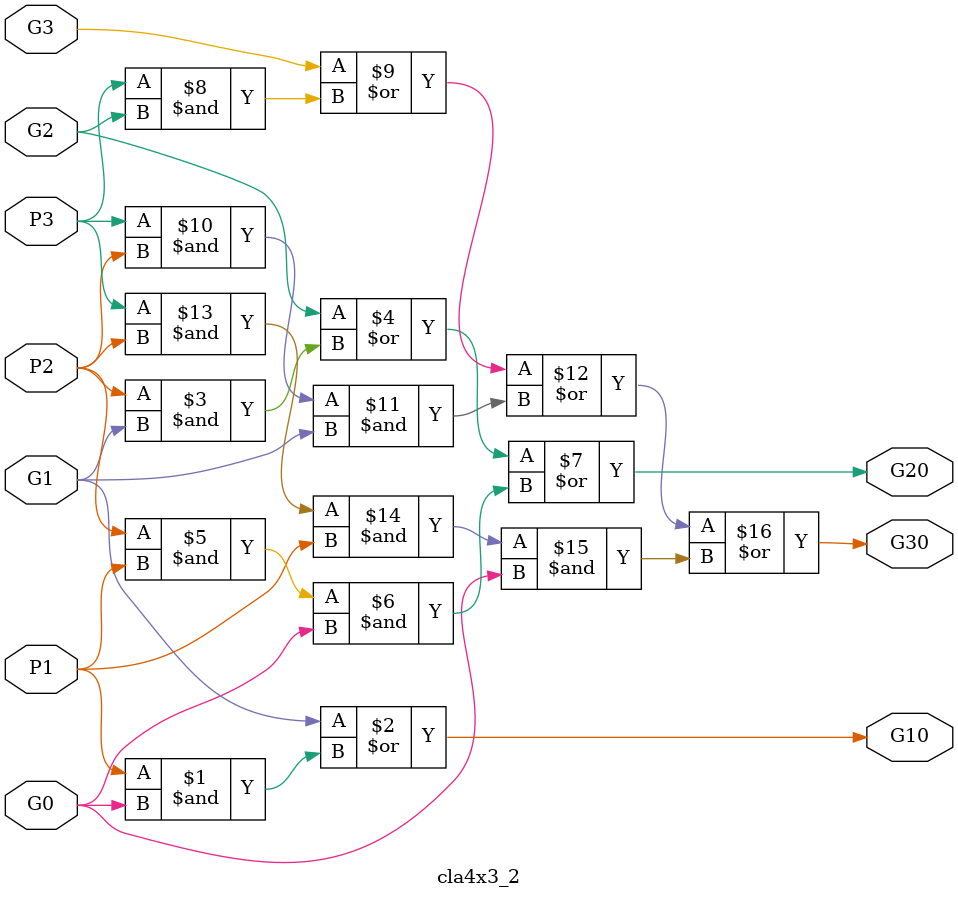
<source format=sv>
module cla4x3_2
    (
        input G3,G2,G1,G0,P3,P2,P1,
        output G30,G20,G10
    );

    assign G10 = G1 | (P1 & G0);
    assign G20 = G2 | (P2 & G1) | (P2 & P1 & G0);
    assign G30 = G3 | (P3 & G2) | (P3 & P2 & G1) | (P3 & P2 & P1 & G0);

endmodule: cla4x3_2

</source>
